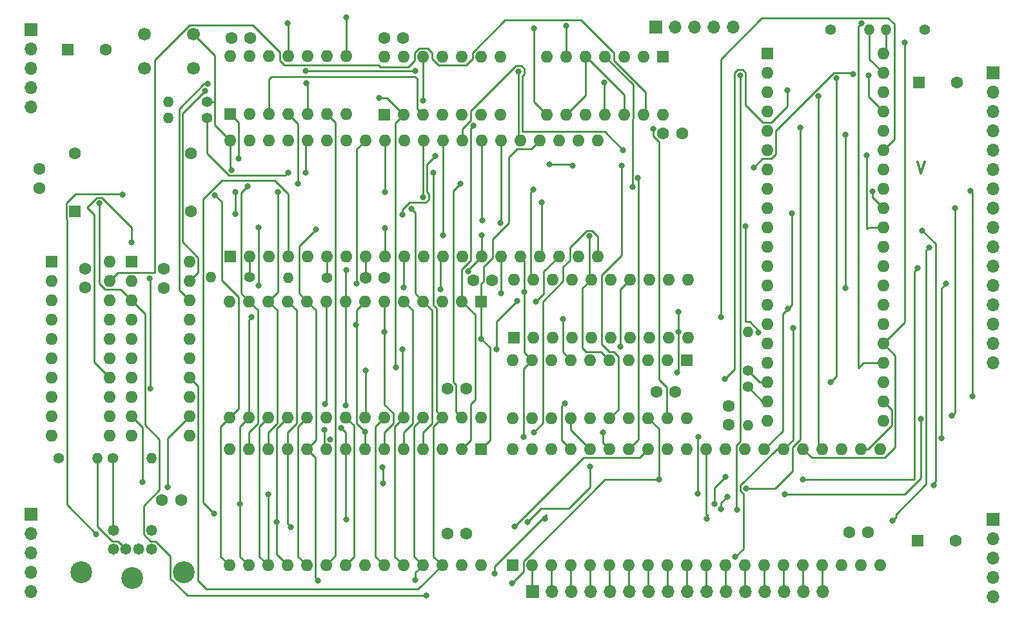
<source format=gtl>
%TF.GenerationSoftware,KiCad,Pcbnew,5.1.12-84ad8e8a86~92~ubuntu18.04.1*%
%TF.CreationDate,2022-05-14T09:18:38-04:00*%
%TF.ProjectId,kicad_vectron_65_plus,6b696361-645f-4766-9563-74726f6e5f36,rev?*%
%TF.SameCoordinates,Original*%
%TF.FileFunction,Copper,L1,Top*%
%TF.FilePolarity,Positive*%
%FSLAX46Y46*%
G04 Gerber Fmt 4.6, Leading zero omitted, Abs format (unit mm)*
G04 Created by KiCad (PCBNEW 5.1.12-84ad8e8a86~92~ubuntu18.04.1) date 2022-05-14 09:18:38*
%MOMM*%
%LPD*%
G01*
G04 APERTURE LIST*
%TA.AperFunction,NonConductor*%
%ADD10C,0.300000*%
%TD*%
%TA.AperFunction,ComponentPad*%
%ADD11C,1.600000*%
%TD*%
%TA.AperFunction,ComponentPad*%
%ADD12R,1.600000X1.600000*%
%TD*%
%TA.AperFunction,ComponentPad*%
%ADD13O,1.600000X1.600000*%
%TD*%
%TA.AperFunction,ComponentPad*%
%ADD14C,1.700000*%
%TD*%
%TA.AperFunction,ComponentPad*%
%ADD15O,1.400000X1.400000*%
%TD*%
%TA.AperFunction,ComponentPad*%
%ADD16C,1.400000*%
%TD*%
%TA.AperFunction,ComponentPad*%
%ADD17O,1.700000X1.700000*%
%TD*%
%TA.AperFunction,ComponentPad*%
%ADD18R,1.700000X1.700000*%
%TD*%
%TA.AperFunction,ComponentPad*%
%ADD19C,2.870200*%
%TD*%
%TA.AperFunction,ComponentPad*%
%ADD20C,1.473200*%
%TD*%
%TA.AperFunction,ViaPad*%
%ADD21C,0.800000*%
%TD*%
%TA.AperFunction,Conductor*%
%ADD22C,0.250000*%
%TD*%
G04 APERTURE END LIST*
D10*
X156827600Y-51654971D02*
X157327600Y-53154971D01*
X157827600Y-51654971D01*
D11*
%TO.P,X1,7*%
%TO.N,GND*%
X61468000Y-58166000D03*
%TO.P,X1,8*%
%TO.N,Net-(U1-Pad37)*%
X61468000Y-50546000D03*
%TO.P,X1,14*%
%TO.N,+5V*%
X46228000Y-50546000D03*
D12*
%TO.P,X1,1*%
%TO.N,Net-(X1-Pad1)*%
X46228000Y-58166000D03*
%TD*%
D13*
%TO.P,U12,20*%
%TO.N,+5V*%
X103835200Y-67106800D03*
%TO.P,U12,10*%
%TO.N,GND*%
X126695200Y-74726800D03*
%TO.P,U12,19*%
%TO.N,Net-(U11-Pad4)*%
X106375200Y-67106800D03*
%TO.P,U12,9*%
%TO.N,GND*%
X124155200Y-74726800D03*
%TO.P,U12,18*%
%TO.N,Net-(U1-Pad13)*%
X108915200Y-67106800D03*
%TO.P,U12,8*%
%TO.N,GND*%
X121615200Y-74726800D03*
%TO.P,U12,17*%
X111455200Y-67106800D03*
%TO.P,U12,7*%
X119075200Y-74726800D03*
%TO.P,U12,16*%
%TO.N,Net-(U1-Pad14)*%
X113995200Y-67106800D03*
%TO.P,U12,6*%
%TO.N,GND*%
X116535200Y-74726800D03*
%TO.P,U12,15*%
%TO.N,+5V*%
X116535200Y-67106800D03*
%TO.P,U12,5*%
%TO.N,GND*%
X113995200Y-74726800D03*
%TO.P,U12,14*%
%TO.N,Net-(U1-Pad15)*%
X119075200Y-67106800D03*
%TO.P,U12,4*%
%TO.N,GND*%
X111455200Y-74726800D03*
%TO.P,U12,13*%
%TO.N,+5V*%
X121615200Y-67106800D03*
%TO.P,U12,3*%
%TO.N,GND*%
X108915200Y-74726800D03*
%TO.P,U12,12*%
%TO.N,Net-(U1-Pad16)*%
X124155200Y-67106800D03*
%TO.P,U12,2*%
%TO.N,GND*%
X106375200Y-74726800D03*
%TO.P,U12,11*%
%TO.N,+5V*%
X126695200Y-67106800D03*
D12*
%TO.P,U12,1*%
%TO.N,Net-(U12-Pad1)*%
X103835200Y-74726800D03*
%TD*%
D13*
%TO.P,U11,14*%
%TO.N,+5V*%
X123444000Y-45466000D03*
%TO.P,U11,7*%
%TO.N,GND*%
X108204000Y-37846000D03*
%TO.P,U11,13*%
%TO.N,Net-(U11-Pad13)*%
X120904000Y-45466000D03*
%TO.P,U11,6*%
%TO.N,Net-(U11-Pad6)*%
X110744000Y-37846000D03*
%TO.P,U11,12*%
%TO.N,Net-(U11-Pad12)*%
X118364000Y-45466000D03*
%TO.P,U11,5*%
X113284000Y-37846000D03*
%TO.P,U11,11*%
%TO.N,Net-(U11-Pad11)*%
X115824000Y-45466000D03*
%TO.P,U11,4*%
%TO.N,Net-(U11-Pad4)*%
X115824000Y-37846000D03*
%TO.P,U11,10*%
%TO.N,Net-(U11-Pad10)*%
X113284000Y-45466000D03*
%TO.P,U11,3*%
%TO.N,Net-(U11-Pad3)*%
X118364000Y-37846000D03*
%TO.P,U11,9*%
%TO.N,Net-(U11-Pad12)*%
X110744000Y-45466000D03*
%TO.P,U11,2*%
%TO.N,Net-(U11-Pad2)*%
X120904000Y-37846000D03*
%TO.P,U11,8*%
%TO.N,Net-(U11-Pad8)*%
X108204000Y-45466000D03*
D12*
%TO.P,U11,1*%
%TO.N,Net-(U11-Pad1)*%
X123444000Y-37846000D03*
%TD*%
D13*
%TO.P,U10,14*%
%TO.N,+5V*%
X86868000Y-37846000D03*
%TO.P,U10,7*%
%TO.N,GND*%
X102108000Y-45466000D03*
%TO.P,U10,13*%
%TO.N,Net-(U10-Pad13)*%
X89408000Y-37846000D03*
%TO.P,U10,6*%
%TO.N,Net-(U10-Pad6)*%
X99568000Y-45466000D03*
%TO.P,U10,12*%
%TO.N,Net-(U1-Pad39)*%
X91948000Y-37846000D03*
%TO.P,U10,5*%
%TO.N,Net-(U10-Pad5)*%
X97028000Y-45466000D03*
%TO.P,U10,11*%
%TO.N,Net-(U10-Pad11)*%
X94488000Y-37846000D03*
%TO.P,U10,4*%
%TO.N,Net-(U10-Pad4)*%
X94488000Y-45466000D03*
%TO.P,U10,10*%
%TO.N,Net-(U10-Pad10)*%
X97028000Y-37846000D03*
%TO.P,U10,3*%
%TO.N,Net-(U10-Pad3)*%
X91948000Y-45466000D03*
%TO.P,U10,9*%
%TO.N,Net-(U10-Pad9)*%
X99568000Y-37846000D03*
%TO.P,U10,2*%
%TO.N,Net-(U10-Pad2)*%
X89408000Y-45466000D03*
%TO.P,U10,8*%
%TO.N,Net-(U10-Pad8)*%
X102108000Y-37846000D03*
D12*
%TO.P,U10,1*%
%TO.N,Net-(U1-Pad39)*%
X86868000Y-45466000D03*
%TD*%
D13*
%TO.P,U9,14*%
%TO.N,+5V*%
X66649600Y-37795200D03*
%TO.P,U9,7*%
%TO.N,GND*%
X81889600Y-45415200D03*
%TO.P,U9,13*%
%TO.N,Net-(U11-Pad8)*%
X69189600Y-37795200D03*
%TO.P,U9,6*%
%TO.N,Net-(U3-Pad20)*%
X79349600Y-45415200D03*
%TO.P,U9,12*%
%TO.N,Net-(U10-Pad13)*%
X71729600Y-37795200D03*
%TO.P,U9,5*%
%TO.N,Net-(U1-Pad25)*%
X76809600Y-45415200D03*
%TO.P,U9,11*%
%TO.N,Net-(U11-Pad6)*%
X74269600Y-37795200D03*
%TO.P,U9,4*%
%TO.N,Net-(U6-Pad27)*%
X74269600Y-45415200D03*
%TO.P,U9,10*%
%TO.N,Net-(U5-Pad24)*%
X76809600Y-37795200D03*
%TO.P,U9,3*%
%TO.N,Net-(U10-Pad3)*%
X71729600Y-45415200D03*
%TO.P,U9,9*%
%TO.N,Net-(U11-Pad11)*%
X79349600Y-37795200D03*
%TO.P,U9,2*%
%TO.N,Net-(U10-Pad2)*%
X69189600Y-45415200D03*
%TO.P,U9,8*%
%TO.N,Net-(U2-Pad24)*%
X81889600Y-37795200D03*
D12*
%TO.P,U9,1*%
%TO.N,Net-(U1-Pad34)*%
X66649600Y-45415200D03*
%TD*%
D13*
%TO.P,U8,20*%
%TO.N,+5V*%
X126593600Y-85344000D03*
%TO.P,U8,10*%
%TO.N,GND*%
X103733600Y-77724000D03*
%TO.P,U8,19*%
%TO.N,Net-(U11-Pad10)*%
X124053600Y-85344000D03*
%TO.P,U8,9*%
%TO.N,Net-(U1-Pad16)*%
X106273600Y-77724000D03*
%TO.P,U8,18*%
%TO.N,Net-(U1-Pad9)*%
X121513600Y-85344000D03*
%TO.P,U8,8*%
%TO.N,GND*%
X108813600Y-77724000D03*
%TO.P,U8,17*%
X118973600Y-85344000D03*
%TO.P,U8,7*%
%TO.N,Net-(U1-Pad15)*%
X111353600Y-77724000D03*
%TO.P,U8,16*%
%TO.N,Net-(U1-Pad10)*%
X116433600Y-85344000D03*
%TO.P,U8,6*%
%TO.N,GND*%
X113893600Y-77724000D03*
%TO.P,U8,15*%
X113893600Y-85344000D03*
%TO.P,U8,5*%
%TO.N,Net-(U1-Pad14)*%
X116433600Y-77724000D03*
%TO.P,U8,14*%
%TO.N,Net-(U1-Pad11)*%
X111353600Y-85344000D03*
%TO.P,U8,4*%
%TO.N,GND*%
X118973600Y-77724000D03*
%TO.P,U8,13*%
X108813600Y-85344000D03*
%TO.P,U8,3*%
%TO.N,Net-(U1-Pad13)*%
X121513600Y-77724000D03*
%TO.P,U8,12*%
%TO.N,Net-(U1-Pad12)*%
X106273600Y-85344000D03*
%TO.P,U8,2*%
%TO.N,GND*%
X124053600Y-77724000D03*
%TO.P,U8,11*%
X103733600Y-85344000D03*
D12*
%TO.P,U8,1*%
%TO.N,Net-(U8-Pad1)*%
X126593600Y-77724000D03*
%TD*%
D13*
%TO.P,U7,20*%
%TO.N,+5V*%
X50749200Y-64770000D03*
%TO.P,U7,10*%
%TO.N,GND*%
X43129200Y-87630000D03*
%TO.P,U7,19*%
%TO.N,Net-(U11-Pad13)*%
X50749200Y-67310000D03*
%TO.P,U7,9*%
%TO.N,GND*%
X43129200Y-85090000D03*
%TO.P,U7,18*%
%TO.N,Net-(U1-Pad13)*%
X50749200Y-69850000D03*
%TO.P,U7,8*%
%TO.N,GND*%
X43129200Y-82550000D03*
%TO.P,U7,17*%
%TO.N,+5V*%
X50749200Y-72390000D03*
%TO.P,U7,7*%
%TO.N,GND*%
X43129200Y-80010000D03*
%TO.P,U7,16*%
%TO.N,Net-(U1-Pad14)*%
X50749200Y-74930000D03*
%TO.P,U7,6*%
%TO.N,GND*%
X43129200Y-77470000D03*
%TO.P,U7,15*%
%TO.N,+5V*%
X50749200Y-77470000D03*
%TO.P,U7,5*%
%TO.N,GND*%
X43129200Y-74930000D03*
%TO.P,U7,14*%
%TO.N,Net-(U1-Pad15)*%
X50749200Y-80010000D03*
%TO.P,U7,4*%
%TO.N,GND*%
X43129200Y-72390000D03*
%TO.P,U7,13*%
%TO.N,+5V*%
X50749200Y-82550000D03*
%TO.P,U7,3*%
%TO.N,GND*%
X43129200Y-69850000D03*
%TO.P,U7,12*%
%TO.N,Net-(U1-Pad16)*%
X50749200Y-85090000D03*
%TO.P,U7,2*%
%TO.N,GND*%
X43129200Y-67310000D03*
%TO.P,U7,11*%
%TO.N,+5V*%
X50749200Y-87630000D03*
D12*
%TO.P,U7,1*%
%TO.N,Net-(U7-Pad1)*%
X43129200Y-64770000D03*
%TD*%
D13*
%TO.P,U6,28*%
%TO.N,+5V*%
X99568000Y-85242400D03*
%TO.P,U6,14*%
%TO.N,GND*%
X66548000Y-70002400D03*
%TO.P,U6,27*%
%TO.N,Net-(U6-Pad27)*%
X97028000Y-85242400D03*
%TO.P,U6,13*%
%TO.N,Net-(U1-Pad31)*%
X69088000Y-70002400D03*
%TO.P,U6,26*%
%TO.N,Net-(U1-Pad23)*%
X94488000Y-85242400D03*
%TO.P,U6,12*%
%TO.N,Net-(U1-Pad32)*%
X71628000Y-70002400D03*
%TO.P,U6,25*%
%TO.N,Net-(U1-Pad17)*%
X91948000Y-85242400D03*
%TO.P,U6,11*%
%TO.N,Net-(U1-Pad33)*%
X74168000Y-70002400D03*
%TO.P,U6,24*%
%TO.N,Net-(U1-Pad18)*%
X89408000Y-85242400D03*
%TO.P,U6,10*%
%TO.N,Net-(U1-Pad9)*%
X76708000Y-70002400D03*
%TO.P,U6,23*%
%TO.N,Net-(U1-Pad20)*%
X86868000Y-85242400D03*
%TO.P,U6,9*%
%TO.N,Net-(U1-Pad10)*%
X79248000Y-70002400D03*
%TO.P,U6,22*%
%TO.N,Net-(U10-Pad2)*%
X84328000Y-85242400D03*
%TO.P,U6,8*%
%TO.N,Net-(U1-Pad11)*%
X81788000Y-70002400D03*
%TO.P,U6,21*%
%TO.N,Net-(U1-Pad19)*%
X81788000Y-85242400D03*
%TO.P,U6,7*%
%TO.N,Net-(U1-Pad12)*%
X84328000Y-70002400D03*
%TO.P,U6,20*%
%TO.N,Net-(U4-Pad1)*%
X79248000Y-85242400D03*
%TO.P,U6,6*%
%TO.N,Net-(U1-Pad13)*%
X86868000Y-70002400D03*
%TO.P,U6,19*%
%TO.N,Net-(U1-Pad26)*%
X76708000Y-85242400D03*
%TO.P,U6,5*%
%TO.N,Net-(U1-Pad14)*%
X89408000Y-70002400D03*
%TO.P,U6,18*%
%TO.N,Net-(U1-Pad27)*%
X74168000Y-85242400D03*
%TO.P,U6,4*%
%TO.N,Net-(U1-Pad15)*%
X91948000Y-70002400D03*
%TO.P,U6,17*%
%TO.N,Net-(U1-Pad28)*%
X71628000Y-85242400D03*
%TO.P,U6,3*%
%TO.N,Net-(U1-Pad16)*%
X94488000Y-70002400D03*
%TO.P,U6,16*%
%TO.N,Net-(U1-Pad29)*%
X69088000Y-85242400D03*
%TO.P,U6,2*%
%TO.N,Net-(U1-Pad22)*%
X97028000Y-70002400D03*
%TO.P,U6,15*%
%TO.N,Net-(U1-Pad30)*%
X66548000Y-85242400D03*
D12*
%TO.P,U6,1*%
%TO.N,Net-(U1-Pad24)*%
X99568000Y-70002400D03*
%TD*%
D13*
%TO.P,U5,40*%
%TO.N,Net-(U5-Pad40)*%
X103733600Y-89408000D03*
%TO.P,U5,20*%
%TO.N,+5V*%
X151993600Y-104648000D03*
%TO.P,U5,39*%
%TO.N,Net-(U5-Pad39)*%
X106273600Y-89408000D03*
%TO.P,U5,19*%
%TO.N,Net-(U5-Pad19)*%
X149453600Y-104648000D03*
%TO.P,U5,38*%
%TO.N,Net-(U1-Pad9)*%
X108813600Y-89408000D03*
%TO.P,U5,18*%
%TO.N,Net-(U5-Pad18)*%
X146913600Y-104648000D03*
%TO.P,U5,37*%
%TO.N,Net-(U1-Pad10)*%
X111353600Y-89408000D03*
%TO.P,U5,17*%
%TO.N,Net-(J4-Pad16)*%
X144373600Y-104648000D03*
%TO.P,U5,36*%
%TO.N,Net-(U1-Pad11)*%
X113893600Y-89408000D03*
%TO.P,U5,16*%
%TO.N,Net-(J4-Pad15)*%
X141833600Y-104648000D03*
%TO.P,U5,35*%
%TO.N,Net-(U1-Pad12)*%
X116433600Y-89408000D03*
%TO.P,U5,15*%
%TO.N,Net-(J4-Pad14)*%
X139293600Y-104648000D03*
%TO.P,U5,34*%
%TO.N,Net-(R1-Pad1)*%
X118973600Y-89408000D03*
%TO.P,U5,14*%
%TO.N,Net-(J4-Pad13)*%
X136753600Y-104648000D03*
%TO.P,U5,33*%
%TO.N,Net-(U1-Pad33)*%
X121513600Y-89408000D03*
%TO.P,U5,13*%
%TO.N,Net-(J4-Pad12)*%
X134213600Y-104648000D03*
%TO.P,U5,32*%
%TO.N,Net-(U1-Pad32)*%
X124053600Y-89408000D03*
%TO.P,U5,12*%
%TO.N,Net-(J4-Pad11)*%
X131673600Y-104648000D03*
%TO.P,U5,31*%
%TO.N,Net-(U1-Pad31)*%
X126593600Y-89408000D03*
%TO.P,U5,11*%
%TO.N,Net-(J4-Pad10)*%
X129133600Y-104648000D03*
%TO.P,U5,30*%
%TO.N,Net-(U1-Pad30)*%
X129133600Y-89408000D03*
%TO.P,U5,10*%
%TO.N,Net-(J4-Pad9)*%
X126593600Y-104648000D03*
%TO.P,U5,29*%
%TO.N,Net-(U1-Pad29)*%
X131673600Y-89408000D03*
%TO.P,U5,9*%
%TO.N,Net-(J4-Pad8)*%
X124053600Y-104648000D03*
%TO.P,U5,28*%
%TO.N,Net-(U1-Pad28)*%
X134213600Y-89408000D03*
%TO.P,U5,8*%
%TO.N,Net-(J4-Pad7)*%
X121513600Y-104648000D03*
%TO.P,U5,27*%
%TO.N,Net-(U1-Pad27)*%
X136753600Y-89408000D03*
%TO.P,U5,7*%
%TO.N,Net-(J4-Pad6)*%
X118973600Y-104648000D03*
%TO.P,U5,26*%
%TO.N,Net-(U1-Pad26)*%
X139293600Y-89408000D03*
%TO.P,U5,6*%
%TO.N,Net-(J4-Pad5)*%
X116433600Y-104648000D03*
%TO.P,U5,25*%
%TO.N,Net-(U1-Pad39)*%
X141833600Y-89408000D03*
%TO.P,U5,5*%
%TO.N,Net-(J4-Pad4)*%
X113893600Y-104648000D03*
%TO.P,U5,24*%
%TO.N,Net-(U5-Pad24)*%
X144373600Y-89408000D03*
%TO.P,U5,4*%
%TO.N,Net-(J4-Pad3)*%
X111353600Y-104648000D03*
%TO.P,U5,23*%
%TO.N,Net-(U11-Pad6)*%
X146913600Y-89408000D03*
%TO.P,U5,3*%
%TO.N,Net-(J4-Pad2)*%
X108813600Y-104648000D03*
%TO.P,U5,22*%
%TO.N,Net-(U1-Pad34)*%
X149453600Y-89408000D03*
%TO.P,U5,2*%
%TO.N,Net-(J4-Pad1)*%
X106273600Y-104648000D03*
%TO.P,U5,21*%
%TO.N,Net-(U5-Pad21)*%
X151993600Y-89408000D03*
D12*
%TO.P,U5,1*%
%TO.N,GND*%
X103733600Y-104648000D03*
%TD*%
D13*
%TO.P,U4,20*%
%TO.N,+5V*%
X61264800Y-64770000D03*
%TO.P,U4,10*%
%TO.N,GND*%
X53644800Y-87630000D03*
%TO.P,U4,19*%
%TO.N,Net-(U11-Pad12)*%
X61264800Y-67310000D03*
%TO.P,U4,9*%
%TO.N,Net-(U1-Pad20)*%
X53644800Y-85090000D03*
%TO.P,U4,18*%
%TO.N,Net-(U1-Pad25)*%
X61264800Y-69850000D03*
%TO.P,U4,8*%
%TO.N,+5V*%
X53644800Y-82550000D03*
%TO.P,U4,17*%
%TO.N,GND*%
X61264800Y-72390000D03*
%TO.P,U4,7*%
%TO.N,Net-(U1-Pad19)*%
X53644800Y-80010000D03*
%TO.P,U4,16*%
%TO.N,Net-(U1-Pad24)*%
X61264800Y-74930000D03*
%TO.P,U4,6*%
%TO.N,+5V*%
X53644800Y-77470000D03*
%TO.P,U4,15*%
X61264800Y-77470000D03*
%TO.P,U4,5*%
%TO.N,Net-(U1-Pad18)*%
X53644800Y-74930000D03*
%TO.P,U4,14*%
%TO.N,Net-(U1-Pad23)*%
X61264800Y-80010000D03*
%TO.P,U4,4*%
%TO.N,+5V*%
X53644800Y-72390000D03*
%TO.P,U4,13*%
X61264800Y-82550000D03*
%TO.P,U4,3*%
%TO.N,Net-(U1-Pad17)*%
X53644800Y-69850000D03*
%TO.P,U4,12*%
%TO.N,Net-(U1-Pad22)*%
X61264800Y-85090000D03*
%TO.P,U4,2*%
%TO.N,+5V*%
X53644800Y-67310000D03*
%TO.P,U4,11*%
X61264800Y-87630000D03*
D12*
%TO.P,U4,1*%
%TO.N,Net-(U4-Pad1)*%
X53644800Y-64770000D03*
%TD*%
D13*
%TO.P,U3,28*%
%TO.N,+5V*%
X99517200Y-104648000D03*
%TO.P,U3,14*%
%TO.N,GND*%
X66497200Y-89408000D03*
%TO.P,U3,27*%
%TO.N,+5V*%
X96977200Y-104648000D03*
%TO.P,U3,13*%
%TO.N,Net-(U1-Pad31)*%
X69037200Y-89408000D03*
%TO.P,U3,26*%
%TO.N,Net-(U1-Pad23)*%
X94437200Y-104648000D03*
%TO.P,U3,12*%
%TO.N,Net-(U1-Pad32)*%
X71577200Y-89408000D03*
%TO.P,U3,25*%
%TO.N,Net-(U1-Pad17)*%
X91897200Y-104648000D03*
%TO.P,U3,11*%
%TO.N,Net-(U1-Pad33)*%
X74117200Y-89408000D03*
%TO.P,U3,24*%
%TO.N,Net-(U1-Pad18)*%
X89357200Y-104648000D03*
%TO.P,U3,10*%
%TO.N,Net-(U1-Pad9)*%
X76657200Y-89408000D03*
%TO.P,U3,23*%
%TO.N,Net-(U1-Pad20)*%
X86817200Y-104648000D03*
%TO.P,U3,9*%
%TO.N,Net-(U1-Pad10)*%
X79197200Y-89408000D03*
%TO.P,U3,22*%
%TO.N,GND*%
X84277200Y-104648000D03*
%TO.P,U3,8*%
%TO.N,Net-(U1-Pad11)*%
X81737200Y-89408000D03*
%TO.P,U3,21*%
%TO.N,Net-(U1-Pad19)*%
X81737200Y-104648000D03*
%TO.P,U3,7*%
%TO.N,Net-(U1-Pad12)*%
X84277200Y-89408000D03*
%TO.P,U3,20*%
%TO.N,Net-(U3-Pad20)*%
X79197200Y-104648000D03*
%TO.P,U3,6*%
%TO.N,Net-(U1-Pad13)*%
X86817200Y-89408000D03*
%TO.P,U3,19*%
%TO.N,Net-(U1-Pad26)*%
X76657200Y-104648000D03*
%TO.P,U3,5*%
%TO.N,Net-(U1-Pad14)*%
X89357200Y-89408000D03*
%TO.P,U3,18*%
%TO.N,Net-(U1-Pad27)*%
X74117200Y-104648000D03*
%TO.P,U3,4*%
%TO.N,Net-(U1-Pad15)*%
X91897200Y-89408000D03*
%TO.P,U3,17*%
%TO.N,Net-(U1-Pad28)*%
X71577200Y-104648000D03*
%TO.P,U3,3*%
%TO.N,Net-(U1-Pad16)*%
X94437200Y-89408000D03*
%TO.P,U3,16*%
%TO.N,Net-(U1-Pad29)*%
X69037200Y-104648000D03*
%TO.P,U3,2*%
%TO.N,Net-(U1-Pad22)*%
X96977200Y-89408000D03*
%TO.P,U3,15*%
%TO.N,Net-(U1-Pad30)*%
X66497200Y-104648000D03*
D12*
%TO.P,U3,1*%
%TO.N,Net-(U1-Pad24)*%
X99517200Y-89408000D03*
%TD*%
D13*
%TO.P,U2,40*%
%TO.N,Net-(R6-Pad2)*%
X152349200Y-37439600D03*
%TO.P,U2,20*%
%TO.N,+5V*%
X137109200Y-85699600D03*
%TO.P,U2,39*%
%TO.N,Net-(R7-Pad2)*%
X152349200Y-39979600D03*
%TO.P,U2,19*%
%TO.N,Net-(R5-Pad1)*%
X137109200Y-83159600D03*
%TO.P,U2,38*%
%TO.N,Net-(U1-Pad9)*%
X152349200Y-42519600D03*
%TO.P,U2,18*%
%TO.N,Net-(R8-Pad1)*%
X137109200Y-80619600D03*
%TO.P,U2,37*%
%TO.N,Net-(U1-Pad10)*%
X152349200Y-45059600D03*
%TO.P,U2,17*%
%TO.N,Net-(J3-Pad16)*%
X137109200Y-78079600D03*
%TO.P,U2,36*%
%TO.N,Net-(U1-Pad11)*%
X152349200Y-47599600D03*
%TO.P,U2,16*%
%TO.N,Net-(J3-Pad15)*%
X137109200Y-75539600D03*
%TO.P,U2,35*%
%TO.N,Net-(U1-Pad12)*%
X152349200Y-50139600D03*
%TO.P,U2,15*%
%TO.N,Net-(J3-Pad14)*%
X137109200Y-72999600D03*
%TO.P,U2,34*%
%TO.N,Net-(R1-Pad1)*%
X152349200Y-52679600D03*
%TO.P,U2,14*%
%TO.N,Net-(J3-Pad13)*%
X137109200Y-70459600D03*
%TO.P,U2,33*%
%TO.N,Net-(U1-Pad33)*%
X152349200Y-55219600D03*
%TO.P,U2,13*%
%TO.N,Net-(J3-Pad12)*%
X137109200Y-67919600D03*
%TO.P,U2,32*%
%TO.N,Net-(U1-Pad32)*%
X152349200Y-57759600D03*
%TO.P,U2,12*%
%TO.N,Net-(J3-Pad11)*%
X137109200Y-65379600D03*
%TO.P,U2,31*%
%TO.N,Net-(U1-Pad31)*%
X152349200Y-60299600D03*
%TO.P,U2,11*%
%TO.N,Net-(J3-Pad10)*%
X137109200Y-62839600D03*
%TO.P,U2,30*%
%TO.N,Net-(U1-Pad30)*%
X152349200Y-62839600D03*
%TO.P,U2,10*%
%TO.N,Net-(J3-Pad9)*%
X137109200Y-60299600D03*
%TO.P,U2,29*%
%TO.N,Net-(U1-Pad29)*%
X152349200Y-65379600D03*
%TO.P,U2,9*%
%TO.N,Net-(J3-Pad8)*%
X137109200Y-57759600D03*
%TO.P,U2,28*%
%TO.N,Net-(U1-Pad28)*%
X152349200Y-67919600D03*
%TO.P,U2,8*%
%TO.N,Net-(J3-Pad7)*%
X137109200Y-55219600D03*
%TO.P,U2,27*%
%TO.N,Net-(U1-Pad27)*%
X152349200Y-70459600D03*
%TO.P,U2,7*%
%TO.N,Net-(J3-Pad6)*%
X137109200Y-52679600D03*
%TO.P,U2,26*%
%TO.N,Net-(U1-Pad26)*%
X152349200Y-72999600D03*
%TO.P,U2,6*%
%TO.N,Net-(J3-Pad5)*%
X137109200Y-50139600D03*
%TO.P,U2,25*%
%TO.N,Net-(U1-Pad39)*%
X152349200Y-75539600D03*
%TO.P,U2,5*%
%TO.N,Net-(J3-Pad4)*%
X137109200Y-47599600D03*
%TO.P,U2,24*%
%TO.N,Net-(U2-Pad24)*%
X152349200Y-78079600D03*
%TO.P,U2,4*%
%TO.N,Net-(J3-Pad3)*%
X137109200Y-45059600D03*
%TO.P,U2,23*%
%TO.N,Net-(U11-Pad11)*%
X152349200Y-80619600D03*
%TO.P,U2,3*%
%TO.N,Net-(J3-Pad2)*%
X137109200Y-42519600D03*
%TO.P,U2,22*%
%TO.N,Net-(U1-Pad34)*%
X152349200Y-83159600D03*
%TO.P,U2,2*%
%TO.N,Net-(J3-Pad1)*%
X137109200Y-39979600D03*
%TO.P,U2,21*%
%TO.N,Net-(U1-Pad4)*%
X152349200Y-85699600D03*
D12*
%TO.P,U2,1*%
%TO.N,GND*%
X137109200Y-37439600D03*
%TD*%
D13*
%TO.P,U1,40*%
%TO.N,Net-(R1-Pad1)*%
X66598800Y-48818800D03*
%TO.P,U1,20*%
%TO.N,Net-(U1-Pad20)*%
X114858800Y-64058800D03*
%TO.P,U1,39*%
%TO.N,Net-(U1-Pad39)*%
X69138800Y-48818800D03*
%TO.P,U1,19*%
%TO.N,Net-(U1-Pad19)*%
X112318800Y-64058800D03*
%TO.P,U1,38*%
%TO.N,+5V*%
X71678800Y-48818800D03*
%TO.P,U1,18*%
%TO.N,Net-(U1-Pad18)*%
X109778800Y-64058800D03*
%TO.P,U1,37*%
%TO.N,Net-(U1-Pad37)*%
X74218800Y-48818800D03*
%TO.P,U1,17*%
%TO.N,Net-(U1-Pad17)*%
X107238800Y-64058800D03*
%TO.P,U1,36*%
%TO.N,Net-(R4-Pad1)*%
X76758800Y-48818800D03*
%TO.P,U1,16*%
%TO.N,Net-(U1-Pad16)*%
X104698800Y-64058800D03*
%TO.P,U1,35*%
%TO.N,Net-(U1-Pad35)*%
X79298800Y-48818800D03*
%TO.P,U1,15*%
%TO.N,Net-(U1-Pad15)*%
X102158800Y-64058800D03*
%TO.P,U1,34*%
%TO.N,Net-(U1-Pad34)*%
X81838800Y-48818800D03*
%TO.P,U1,14*%
%TO.N,Net-(U1-Pad14)*%
X99618800Y-64058800D03*
%TO.P,U1,33*%
%TO.N,Net-(U1-Pad33)*%
X84378800Y-48818800D03*
%TO.P,U1,13*%
%TO.N,Net-(U1-Pad13)*%
X97078800Y-64058800D03*
%TO.P,U1,32*%
%TO.N,Net-(U1-Pad32)*%
X86918800Y-48818800D03*
%TO.P,U1,12*%
%TO.N,Net-(U1-Pad12)*%
X94538800Y-64058800D03*
%TO.P,U1,31*%
%TO.N,Net-(U1-Pad31)*%
X89458800Y-48818800D03*
%TO.P,U1,11*%
%TO.N,Net-(U1-Pad11)*%
X91998800Y-64058800D03*
%TO.P,U1,30*%
%TO.N,Net-(U1-Pad30)*%
X91998800Y-48818800D03*
%TO.P,U1,10*%
%TO.N,Net-(U1-Pad10)*%
X89458800Y-64058800D03*
%TO.P,U1,29*%
%TO.N,Net-(U1-Pad29)*%
X94538800Y-48818800D03*
%TO.P,U1,9*%
%TO.N,Net-(U1-Pad9)*%
X86918800Y-64058800D03*
%TO.P,U1,28*%
%TO.N,Net-(U1-Pad28)*%
X97078800Y-48818800D03*
%TO.P,U1,8*%
%TO.N,+5V*%
X84378800Y-64058800D03*
%TO.P,U1,27*%
%TO.N,Net-(U1-Pad27)*%
X99618800Y-48818800D03*
%TO.P,U1,7*%
%TO.N,Net-(U1-Pad7)*%
X81838800Y-64058800D03*
%TO.P,U1,26*%
%TO.N,Net-(U1-Pad26)*%
X102158800Y-48818800D03*
%TO.P,U1,6*%
%TO.N,Net-(R2-Pad1)*%
X79298800Y-64058800D03*
%TO.P,U1,25*%
%TO.N,Net-(U1-Pad25)*%
X104698800Y-48818800D03*
%TO.P,U1,5*%
%TO.N,Net-(U1-Pad5)*%
X76758800Y-64058800D03*
%TO.P,U1,24*%
%TO.N,Net-(U1-Pad24)*%
X107238800Y-48818800D03*
%TO.P,U1,4*%
%TO.N,Net-(U1-Pad4)*%
X74218800Y-64058800D03*
%TO.P,U1,23*%
%TO.N,Net-(U1-Pad23)*%
X109778800Y-48818800D03*
%TO.P,U1,3*%
%TO.N,Net-(U1-Pad3)*%
X71678800Y-64058800D03*
%TO.P,U1,22*%
%TO.N,Net-(U1-Pad22)*%
X112318800Y-48818800D03*
%TO.P,U1,2*%
%TO.N,Net-(R3-Pad1)*%
X69138800Y-64058800D03*
%TO.P,U1,21*%
%TO.N,GND*%
X114858800Y-48818800D03*
D12*
%TO.P,U1,1*%
%TO.N,Net-(U1-Pad1)*%
X66598800Y-64058800D03*
%TD*%
D14*
%TO.P,Reset,1*%
%TO.N,Net-(SW1-Pad1)*%
X55323600Y-34899600D03*
%TO.P,Reset,2*%
%TO.N,Net-(R1-Pad1)*%
X61823600Y-34899600D03*
%TO.P,Reset,3*%
%TO.N,GND*%
X55323600Y-39399600D03*
%TO.P,Reset,4*%
X61823600Y-39399600D03*
%TD*%
D15*
%TO.P,R10,2*%
%TO.N,Net-(J4-Pad14)*%
X49174400Y-90627200D03*
D16*
%TO.P,R10,1*%
%TO.N,+5V*%
X44094400Y-90627200D03*
%TD*%
D15*
%TO.P,R9,2*%
%TO.N,+5V*%
X56286400Y-90627200D03*
D16*
%TO.P,R9,1*%
%TO.N,Net-(J4-Pad13)*%
X51206400Y-90627200D03*
%TD*%
D15*
%TO.P,R8,2*%
%TO.N,GND*%
X134569200Y-73964800D03*
D16*
%TO.P,R8,1*%
%TO.N,Net-(R8-Pad1)*%
X134569200Y-79044800D03*
%TD*%
D15*
%TO.P,R7,2*%
%TO.N,Net-(R7-Pad2)*%
X150520400Y-34290000D03*
D16*
%TO.P,R7,1*%
%TO.N,GND*%
X145440400Y-34290000D03*
%TD*%
D15*
%TO.P,R6,2*%
%TO.N,Net-(R6-Pad2)*%
X152755600Y-34290000D03*
D16*
%TO.P,R6,1*%
%TO.N,GND*%
X157835600Y-34290000D03*
%TD*%
D15*
%TO.P,R5,2*%
%TO.N,GND*%
X134569200Y-86309200D03*
D16*
%TO.P,R5,1*%
%TO.N,Net-(R5-Pad1)*%
X134569200Y-81229200D03*
%TD*%
D15*
%TO.P,R4,2*%
%TO.N,+5V*%
X58470800Y-45923200D03*
D16*
%TO.P,R4,1*%
%TO.N,Net-(R4-Pad1)*%
X63550800Y-45923200D03*
%TD*%
D15*
%TO.P,R3,2*%
%TO.N,+5V*%
X64058800Y-66802000D03*
D16*
%TO.P,R3,1*%
%TO.N,Net-(R3-Pad1)*%
X69138800Y-66802000D03*
%TD*%
D15*
%TO.P,R2,2*%
%TO.N,+5V*%
X74218800Y-66852800D03*
D16*
%TO.P,R2,1*%
%TO.N,Net-(R2-Pad1)*%
X79298800Y-66852800D03*
%TD*%
D15*
%TO.P,R1,2*%
%TO.N,+5V*%
X58470800Y-43789600D03*
D16*
%TO.P,R1,1*%
%TO.N,Net-(R1-Pad1)*%
X63550800Y-43789600D03*
%TD*%
D17*
%TO.P,J7,5*%
%TO.N,GND*%
X40436800Y-44450000D03*
%TO.P,J7,4*%
X40436800Y-41910000D03*
%TO.P,J7,3*%
X40436800Y-39370000D03*
%TO.P,J7,2*%
%TO.N,+5V*%
X40436800Y-36830000D03*
D18*
%TO.P,J7,1*%
X40436800Y-34290000D03*
%TD*%
D17*
%TO.P,J6,5*%
%TO.N,GND*%
X40436800Y-108153200D03*
%TO.P,J6,4*%
X40436800Y-105613200D03*
%TO.P,J6,3*%
X40436800Y-103073200D03*
%TO.P,J6,2*%
%TO.N,+5V*%
X40436800Y-100533200D03*
D18*
%TO.P,J6,1*%
X40436800Y-97993200D03*
%TD*%
D19*
%TO.P,J5,11*%
%TO.N,N/C*%
X53771800Y-106375200D03*
%TO.P,J5,10*%
X47015400Y-105562400D03*
%TO.P,J5,9*%
X60528200Y-105562400D03*
D20*
%TO.P,J5,5*%
%TO.N,Net-(J4-Pad13)*%
X51257200Y-100076000D03*
%TO.P,J5,6*%
%TO.N,Net-(J5-Pad6)*%
X56286400Y-100076000D03*
%TO.P,J5,3*%
%TO.N,GND*%
X51257200Y-102565200D03*
%TO.P,J5,1*%
%TO.N,Net-(J4-Pad14)*%
X52933600Y-102565200D03*
%TO.P,J5,2*%
%TO.N,Net-(J5-Pad2)*%
X54610000Y-102565200D03*
%TO.P,J5,4*%
%TO.N,+5V*%
X56286400Y-102565200D03*
%TD*%
D17*
%TO.P,J4,16*%
%TO.N,Net-(J4-Pad16)*%
X144424400Y-108102400D03*
%TO.P,J4,15*%
%TO.N,Net-(J4-Pad15)*%
X141884400Y-108102400D03*
%TO.P,J4,14*%
%TO.N,Net-(J4-Pad14)*%
X139344400Y-108102400D03*
%TO.P,J4,13*%
%TO.N,Net-(J4-Pad13)*%
X136804400Y-108102400D03*
%TO.P,J4,12*%
%TO.N,Net-(J4-Pad12)*%
X134264400Y-108102400D03*
%TO.P,J4,11*%
%TO.N,Net-(J4-Pad11)*%
X131724400Y-108102400D03*
%TO.P,J4,10*%
%TO.N,Net-(J4-Pad10)*%
X129184400Y-108102400D03*
%TO.P,J4,9*%
%TO.N,Net-(J4-Pad9)*%
X126644400Y-108102400D03*
%TO.P,J4,8*%
%TO.N,Net-(J4-Pad8)*%
X124104400Y-108102400D03*
%TO.P,J4,7*%
%TO.N,Net-(J4-Pad7)*%
X121564400Y-108102400D03*
%TO.P,J4,6*%
%TO.N,Net-(J4-Pad6)*%
X119024400Y-108102400D03*
%TO.P,J4,5*%
%TO.N,Net-(J4-Pad5)*%
X116484400Y-108102400D03*
%TO.P,J4,4*%
%TO.N,Net-(J4-Pad4)*%
X113944400Y-108102400D03*
%TO.P,J4,3*%
%TO.N,Net-(J4-Pad3)*%
X111404400Y-108102400D03*
%TO.P,J4,2*%
%TO.N,Net-(J4-Pad2)*%
X108864400Y-108102400D03*
D18*
%TO.P,J4,1*%
%TO.N,Net-(J4-Pad1)*%
X106324400Y-108102400D03*
%TD*%
D17*
%TO.P,J3,16*%
%TO.N,Net-(J3-Pad16)*%
X166776400Y-78079600D03*
%TO.P,J3,15*%
%TO.N,Net-(J3-Pad15)*%
X166776400Y-75539600D03*
%TO.P,J3,14*%
%TO.N,Net-(J3-Pad14)*%
X166776400Y-72999600D03*
%TO.P,J3,13*%
%TO.N,Net-(J3-Pad13)*%
X166776400Y-70459600D03*
%TO.P,J3,12*%
%TO.N,Net-(J3-Pad12)*%
X166776400Y-67919600D03*
%TO.P,J3,11*%
%TO.N,Net-(J3-Pad11)*%
X166776400Y-65379600D03*
%TO.P,J3,10*%
%TO.N,Net-(J3-Pad10)*%
X166776400Y-62839600D03*
%TO.P,J3,9*%
%TO.N,Net-(J3-Pad9)*%
X166776400Y-60299600D03*
%TO.P,J3,8*%
%TO.N,Net-(J3-Pad8)*%
X166776400Y-57759600D03*
%TO.P,J3,7*%
%TO.N,Net-(J3-Pad7)*%
X166776400Y-55219600D03*
%TO.P,J3,6*%
%TO.N,Net-(J3-Pad6)*%
X166776400Y-52679600D03*
%TO.P,J3,5*%
%TO.N,Net-(J3-Pad5)*%
X166776400Y-50139600D03*
%TO.P,J3,4*%
%TO.N,Net-(J3-Pad4)*%
X166776400Y-47599600D03*
%TO.P,J3,3*%
%TO.N,Net-(J3-Pad3)*%
X166776400Y-45059600D03*
%TO.P,J3,2*%
%TO.N,Net-(J3-Pad2)*%
X166776400Y-42519600D03*
D18*
%TO.P,J3,1*%
%TO.N,Net-(J3-Pad1)*%
X166776400Y-39979600D03*
%TD*%
D17*
%TO.P,J2,5*%
%TO.N,GND*%
X132689600Y-33985200D03*
%TO.P,J2,4*%
X130149600Y-33985200D03*
%TO.P,J2,3*%
X127609600Y-33985200D03*
%TO.P,J2,2*%
%TO.N,+5V*%
X125069600Y-33985200D03*
D18*
%TO.P,J2,1*%
X122529600Y-33985200D03*
%TD*%
D17*
%TO.P,J1,5*%
%TO.N,GND*%
X166776400Y-108813600D03*
%TO.P,J1,4*%
X166776400Y-106273600D03*
%TO.P,J1,3*%
X166776400Y-103733600D03*
%TO.P,J1,2*%
%TO.N,+5V*%
X166776400Y-101193600D03*
D18*
%TO.P,J1,1*%
X166776400Y-98653600D03*
%TD*%
D11*
%TO.P,C17,2*%
%TO.N,GND*%
X161870400Y-101447600D03*
D12*
%TO.P,C17,1*%
%TO.N,+5V*%
X156870400Y-101447600D03*
%TD*%
D11*
%TO.P,C16,2*%
%TO.N,GND*%
X162022800Y-41249600D03*
D12*
%TO.P,C16,1*%
%TO.N,+5V*%
X157022800Y-41249600D03*
%TD*%
D11*
%TO.P,C15,2*%
%TO.N,GND*%
X95137600Y-81483200D03*
%TO.P,C15,1*%
%TO.N,+5V*%
X97637600Y-81483200D03*
%TD*%
%TO.P,C14,2*%
%TO.N,GND*%
X57861200Y-68235200D03*
%TO.P,C14,1*%
%TO.N,+5V*%
X57861200Y-65735200D03*
%TD*%
%TO.P,C13,2*%
%TO.N,GND*%
X60158000Y-96062800D03*
%TO.P,C13,1*%
%TO.N,+5V*%
X57658000Y-96062800D03*
%TD*%
%TO.P,C12,2*%
%TO.N,GND*%
X89317200Y-35407600D03*
%TO.P,C12,1*%
%TO.N,+5V*%
X86817200Y-35407600D03*
%TD*%
%TO.P,C11,2*%
%TO.N,GND*%
X132029200Y-83707600D03*
%TO.P,C11,1*%
%TO.N,+5V*%
X132029200Y-86207600D03*
%TD*%
%TO.P,C10,2*%
%TO.N,GND*%
X125944000Y-47904400D03*
%TO.P,C10,1*%
%TO.N,+5V*%
X123444000Y-47904400D03*
%TD*%
%TO.P,C9,2*%
%TO.N,GND*%
X86878800Y-66903600D03*
%TO.P,C9,1*%
%TO.N,+5V*%
X84378800Y-66903600D03*
%TD*%
%TO.P,C8,2*%
%TO.N,GND*%
X147868000Y-100330000D03*
%TO.P,C8,1*%
%TO.N,+5V*%
X150368000Y-100330000D03*
%TD*%
%TO.P,C7,2*%
%TO.N,GND*%
X95137600Y-100482400D03*
%TO.P,C7,1*%
%TO.N,+5V*%
X97637600Y-100482400D03*
%TD*%
%TO.P,C6,2*%
%TO.N,GND*%
X69251200Y-35356800D03*
%TO.P,C6,1*%
%TO.N,+5V*%
X66751200Y-35356800D03*
%TD*%
%TO.P,C5,2*%
%TO.N,GND*%
X122569600Y-81838800D03*
%TO.P,C5,1*%
%TO.N,+5V*%
X125069600Y-81838800D03*
%TD*%
%TO.P,C4,2*%
%TO.N,GND*%
X98490400Y-67259200D03*
%TO.P,C4,1*%
%TO.N,+5V*%
X100990400Y-67259200D03*
%TD*%
%TO.P,C3,2*%
%TO.N,GND*%
X47599600Y-68184400D03*
%TO.P,C3,1*%
%TO.N,+5V*%
X47599600Y-65684400D03*
%TD*%
%TO.P,C2,2*%
%TO.N,GND*%
X50262800Y-36880800D03*
D12*
%TO.P,C2,1*%
%TO.N,+5V*%
X45262800Y-36880800D03*
%TD*%
D11*
%TO.P,C1,2*%
%TO.N,GND*%
X41554400Y-55118000D03*
%TO.P,C1,1*%
%TO.N,+5V*%
X41554400Y-52618000D03*
%TD*%
D21*
%TO.N,Net-(R1-Pad1)*%
X66802000Y-52730400D03*
X120149401Y-53804601D03*
%TO.N,Net-(R4-Pad1)*%
X74218800Y-53079601D03*
X76555600Y-53079601D03*
%TO.N,Net-(U1-Pad20)*%
X55067200Y-93726000D03*
X86664800Y-93929200D03*
X86563200Y-91795600D03*
X106476800Y-87172800D03*
%TO.N,Net-(U1-Pad39)*%
X91897200Y-43586400D03*
X155143200Y-35966400D03*
%TO.N,Net-(U1-Pad18)*%
X89255600Y-76250800D03*
X101600000Y-76301600D03*
X104271653Y-69972347D03*
X106781600Y-70002400D03*
%TO.N,Net-(U1-Pad17)*%
X49428400Y-57099200D03*
X107492800Y-56997600D03*
X92354400Y-108661200D03*
X90932000Y-106629200D03*
%TO.N,Net-(U1-Pad16)*%
X105156000Y-87782400D03*
X105250199Y-68775799D03*
%TO.N,Net-(U1-Pad15)*%
X102209600Y-68935600D03*
X90373200Y-57861200D03*
X53695600Y-62230000D03*
X117805200Y-75946000D03*
X110286800Y-72325400D03*
%TO.N,Net-(U1-Pad34)*%
X67716400Y-51271000D03*
%TO.N,Net-(U1-Pad14)*%
X97816455Y-66032088D03*
X99618800Y-61315600D03*
X113741200Y-61417200D03*
%TO.N,Net-(U1-Pad33)*%
X83213928Y-67680181D03*
X164033200Y-82499200D03*
X163779200Y-55473600D03*
X74574400Y-99618800D03*
X103987600Y-99568000D03*
%TO.N,Net-(U1-Pad13)*%
X86868000Y-74015600D03*
X125425200Y-71374000D03*
X125323600Y-79349600D03*
X125425200Y-73964800D03*
%TO.N,Net-(U1-Pad32)*%
X72847200Y-55626000D03*
X86918800Y-55626000D03*
X161747200Y-57759600D03*
X161391600Y-84988400D03*
X150940600Y-55524400D03*
%TO.N,Net-(U1-Pad12)*%
X94234000Y-68427600D03*
X115570000Y-87172800D03*
X84277200Y-87095190D03*
X83108800Y-73050400D03*
X131013200Y-72085200D03*
%TO.N,Net-(U1-Pad31)*%
X68884800Y-54864000D03*
X108508800Y-51968400D03*
X111556800Y-52171600D03*
X150215600Y-50829599D03*
X157480000Y-60706000D03*
X158953200Y-94132400D03*
%TO.N,Net-(U1-Pad11)*%
X81737200Y-83667600D03*
X81148801Y-86614000D03*
X81889600Y-65887600D03*
X141427200Y-47199599D03*
X134315200Y-94538800D03*
X81838800Y-98653600D03*
X105664000Y-98958400D03*
X113893600Y-91694000D03*
%TO.N,Net-(U1-Pad30)*%
X64617600Y-56083200D03*
X91948000Y-56272600D03*
X158394400Y-62890400D03*
X101346000Y-105714800D03*
X107950000Y-98565800D03*
X153568400Y-98782801D03*
X129198200Y-98565800D03*
%TO.N,Net-(U1-Pad10)*%
X79044800Y-83464400D03*
X78943200Y-86868000D03*
X89408000Y-68173600D03*
X118008400Y-52171600D03*
X135331200Y-52425600D03*
X148386451Y-40132000D03*
X150418800Y-40335200D03*
X79698801Y-88107655D03*
X110540800Y-83362800D03*
%TO.N,Net-(U1-Pad29)*%
X156870400Y-65582800D03*
X141833600Y-93421200D03*
X67868800Y-96621600D03*
X130200400Y-96621600D03*
X131673600Y-93014800D03*
X69392800Y-72085200D03*
X70358000Y-67919600D03*
X70307200Y-60248800D03*
X94589600Y-61264800D03*
%TO.N,Net-(U1-Pad9)*%
X77876400Y-60502800D03*
X86969600Y-60350400D03*
X139750800Y-42265600D03*
X131521200Y-80213200D03*
X122885200Y-93421200D03*
X78130400Y-106680000D03*
X103632000Y-106984800D03*
%TO.N,Net-(U1-Pad28)*%
X160629600Y-67665600D03*
X159969200Y-87985600D03*
X71577200Y-95379201D03*
X127965200Y-95250000D03*
X128066800Y-87833200D03*
X118211600Y-50088800D03*
X147421600Y-48056800D03*
X147370800Y-68224400D03*
%TO.N,Net-(U1-Pad27)*%
X139852400Y-70916800D03*
X99720400Y-59385200D03*
X140360400Y-58449599D03*
X72694800Y-98958400D03*
X49022000Y-100584000D03*
X52476400Y-55930800D03*
X67291265Y-55675251D03*
X67288799Y-58521600D03*
X89255600Y-58566001D03*
X93522800Y-50850800D03*
%TO.N,Net-(U1-Pad26)*%
X140512800Y-73456800D03*
X102057200Y-59710201D03*
X134269199Y-60147200D03*
X135940800Y-74117200D03*
X132892800Y-103581200D03*
%TO.N,Net-(U1-Pad25)*%
X76606400Y-41300400D03*
X76555600Y-39674800D03*
X90881200Y-39674800D03*
X104495600Y-39776400D03*
X63613028Y-41418515D03*
%TO.N,Net-(U1-Pad24)*%
X99568000Y-74930000D03*
%TO.N,Net-(U1-Pad4)*%
X64465200Y-97840800D03*
X131081058Y-97329725D03*
X131876800Y-95656400D03*
X139395200Y-95300800D03*
X157269401Y-85394800D03*
%TO.N,Net-(U1-Pad23)*%
X93319600Y-53079601D03*
%TO.N,Net-(U1-Pad22)*%
X58369200Y-94451000D03*
X98552000Y-46939200D03*
%TO.N,Net-(U2-Pad24)*%
X81889600Y-32687600D03*
X149511450Y-33470228D03*
%TO.N,Net-(U11-Pad11)*%
X115722400Y-41254599D03*
X146202400Y-40669599D03*
X145440400Y-80619600D03*
%TO.N,Net-(U11-Pad12)*%
X63296800Y-42367200D03*
%TO.N,Net-(U4-Pad1)*%
X56134000Y-81483200D03*
X56032400Y-67005200D03*
%TO.N,Net-(U5-Pad24)*%
X143865600Y-43027600D03*
%TO.N,Net-(U11-Pad6)*%
X74168000Y-33412600D03*
X110693200Y-33782000D03*
X133553200Y-40284400D03*
X133197600Y-97332800D03*
%TO.N,Net-(U6-Pad27)*%
X75488800Y-54529601D03*
X96875600Y-54529601D03*
%TO.N,Net-(U10-Pad2)*%
X86203963Y-43244600D03*
X88341200Y-78638400D03*
X84378800Y-79044800D03*
%TO.N,Net-(U11-Pad10)*%
X122157195Y-47352912D03*
%TO.N,Net-(U11-Pad8)*%
X106527600Y-34137600D03*
%TO.N,Net-(U11-Pad4)*%
X119475201Y-54914800D03*
X106426000Y-55270400D03*
%TD*%
D22*
%TO.N,+5V*%
X84378800Y-64058800D02*
X84378800Y-66903600D01*
%TO.N,Net-(J4-Pad16)*%
X144373600Y-108051600D02*
X144424400Y-108102400D01*
X144373600Y-104648000D02*
X144373600Y-108051600D01*
%TO.N,Net-(J4-Pad15)*%
X141833600Y-108051600D02*
X141884400Y-108102400D01*
X141833600Y-104648000D02*
X141833600Y-108051600D01*
%TO.N,Net-(J4-Pad14)*%
X139293600Y-108051600D02*
X139344400Y-108102400D01*
X139293600Y-104648000D02*
X139293600Y-108051600D01*
X51871999Y-101503599D02*
X52933600Y-102565200D01*
X49174400Y-99564370D02*
X51113629Y-101503599D01*
X51113629Y-101503599D02*
X51871999Y-101503599D01*
X49174400Y-90627200D02*
X49174400Y-99564370D01*
%TO.N,Net-(J4-Pad13)*%
X136753600Y-108051600D02*
X136804400Y-108102400D01*
X136753600Y-104648000D02*
X136753600Y-108051600D01*
X51206400Y-100025200D02*
X51257200Y-100076000D01*
X51206400Y-90627200D02*
X51206400Y-100025200D01*
%TO.N,Net-(J4-Pad12)*%
X134213600Y-108051600D02*
X134264400Y-108102400D01*
X134213600Y-104648000D02*
X134213600Y-108051600D01*
%TO.N,Net-(J4-Pad11)*%
X131673600Y-108051600D02*
X131724400Y-108102400D01*
X131673600Y-104648000D02*
X131673600Y-108051600D01*
%TO.N,Net-(J4-Pad10)*%
X129133600Y-108051600D02*
X129184400Y-108102400D01*
X129133600Y-104648000D02*
X129133600Y-108051600D01*
%TO.N,Net-(J4-Pad9)*%
X126593600Y-108051600D02*
X126644400Y-108102400D01*
X126593600Y-104648000D02*
X126593600Y-108051600D01*
%TO.N,Net-(J4-Pad8)*%
X124053600Y-108051600D02*
X124104400Y-108102400D01*
X124053600Y-104648000D02*
X124053600Y-108051600D01*
%TO.N,Net-(J4-Pad7)*%
X121513600Y-108051600D02*
X121564400Y-108102400D01*
X121513600Y-104648000D02*
X121513600Y-108051600D01*
%TO.N,Net-(J4-Pad6)*%
X118973600Y-108051600D02*
X119024400Y-108102400D01*
X118973600Y-104648000D02*
X118973600Y-108051600D01*
%TO.N,Net-(J4-Pad5)*%
X116433600Y-108051600D02*
X116484400Y-108102400D01*
X116433600Y-104648000D02*
X116433600Y-108051600D01*
%TO.N,Net-(J4-Pad4)*%
X113893600Y-108051600D02*
X113944400Y-108102400D01*
X113893600Y-104648000D02*
X113893600Y-108051600D01*
%TO.N,Net-(J4-Pad3)*%
X111353600Y-108051600D02*
X111404400Y-108102400D01*
X111353600Y-104648000D02*
X111353600Y-108051600D01*
%TO.N,Net-(J4-Pad2)*%
X108813600Y-108051600D02*
X108864400Y-108102400D01*
X108813600Y-104648000D02*
X108813600Y-108051600D01*
%TO.N,Net-(J4-Pad1)*%
X106273600Y-108051600D02*
X106324400Y-108102400D01*
X106273600Y-104648000D02*
X106273600Y-108051600D01*
%TO.N,Net-(R1-Pad1)*%
X64575801Y-46795801D02*
X66598800Y-48818800D01*
X61823600Y-34899600D02*
X64575801Y-37651801D01*
X66598800Y-48818800D02*
X66598800Y-52527200D01*
X66598800Y-52527200D02*
X66802000Y-52730400D01*
X63550800Y-43789600D02*
X64516000Y-43789600D01*
X64575801Y-37651801D02*
X64575801Y-43729799D01*
X64516000Y-43789600D02*
X64575801Y-43729799D01*
X64575801Y-43729799D02*
X64575801Y-46795801D01*
X120200201Y-53855401D02*
X120149401Y-53804601D01*
X120200201Y-88181399D02*
X120200201Y-53855401D01*
X118973600Y-89408000D02*
X120200201Y-88181399D01*
%TO.N,Net-(R2-Pad1)*%
X79298800Y-64058800D02*
X79298800Y-66852800D01*
%TO.N,Net-(R3-Pad1)*%
X69138800Y-64058800D02*
X69138800Y-66802000D01*
%TO.N,Net-(R4-Pad1)*%
X73843000Y-53455401D02*
X74218800Y-53079601D01*
X66453999Y-53455401D02*
X73843000Y-53455401D01*
X63550800Y-45923200D02*
X63550800Y-50552202D01*
X63550800Y-50552202D02*
X66453999Y-53455401D01*
X76555600Y-49022000D02*
X76758800Y-48818800D01*
X76555600Y-53079601D02*
X76555600Y-49022000D01*
%TO.N,Net-(R5-Pad1)*%
X136499600Y-83159600D02*
X137109200Y-83159600D01*
X134569200Y-81229200D02*
X136499600Y-83159600D01*
%TO.N,Net-(R6-Pad2)*%
X152755600Y-37033200D02*
X152349200Y-37439600D01*
X152755600Y-34290000D02*
X152755600Y-37033200D01*
%TO.N,Net-(R7-Pad2)*%
X150520400Y-38150800D02*
X152349200Y-39979600D01*
X150520400Y-34290000D02*
X150520400Y-38150800D01*
%TO.N,Net-(R8-Pad1)*%
X136144000Y-80619600D02*
X137109200Y-80619600D01*
X134569200Y-79044800D02*
X136144000Y-80619600D01*
%TO.N,Net-(U1-Pad20)*%
X85692199Y-86418201D02*
X86868000Y-85242400D01*
X85692199Y-103522999D02*
X85692199Y-86418201D01*
X86817200Y-104648000D02*
X85692199Y-103522999D01*
X53644800Y-85090000D02*
X55067200Y-86512400D01*
X55067200Y-86512400D02*
X55067200Y-93726000D01*
X86664800Y-93929200D02*
X86664800Y-91897200D01*
X86664800Y-91897200D02*
X86563200Y-91795600D01*
X114858800Y-61461798D02*
X114858800Y-64058800D01*
X114089201Y-60692199D02*
X114858800Y-61461798D01*
X113393199Y-60692199D02*
X114089201Y-60692199D01*
X111193799Y-62891599D02*
X113393199Y-60692199D01*
X111193799Y-64574201D02*
X111193799Y-62891599D01*
X110330199Y-65437801D02*
X111193799Y-64574201D01*
X110330199Y-67356803D02*
X110330199Y-65437801D01*
X107688599Y-69998403D02*
X110330199Y-67356803D01*
X107688599Y-85961001D02*
X107688599Y-69998403D01*
X106476800Y-87172800D02*
X107688599Y-85961001D01*
%TO.N,Net-(U1-Pad39)*%
X91897200Y-37896800D02*
X91948000Y-37846000D01*
X91897200Y-43586400D02*
X91897200Y-37896800D01*
X155143200Y-72745600D02*
X152349200Y-75539600D01*
X155143200Y-35966400D02*
X155143200Y-72745600D01*
X152533601Y-90533001D02*
X142958601Y-90533001D01*
X153924210Y-77114610D02*
X153924210Y-89142392D01*
X142958601Y-90533001D02*
X141833600Y-89408000D01*
X153924210Y-89142392D02*
X152533601Y-90533001D01*
X152349200Y-75539600D02*
X153924210Y-77114610D01*
%TO.N,Net-(U1-Pad19)*%
X82862201Y-103522999D02*
X82862201Y-86316601D01*
X82862201Y-86316601D02*
X81788000Y-85242400D01*
X81737200Y-104648000D02*
X82862201Y-103522999D01*
%TO.N,Net-(U1-Pad18)*%
X88232199Y-86418201D02*
X89408000Y-85242400D01*
X88232199Y-103522999D02*
X88232199Y-86418201D01*
X89357200Y-104648000D02*
X88232199Y-103522999D01*
X89255600Y-85090000D02*
X89408000Y-85242400D01*
X89255600Y-76250800D02*
X89255600Y-85090000D01*
X101600000Y-76301600D02*
X101600000Y-72644000D01*
X101600000Y-72644000D02*
X104271653Y-69972347D01*
X107790199Y-68993801D02*
X107790199Y-66047401D01*
X107790199Y-66047401D02*
X109778800Y-64058800D01*
X106781600Y-70002400D02*
X107790199Y-68993801D01*
%TO.N,Net-(U1-Pad17)*%
X90772199Y-86418201D02*
X91948000Y-85242400D01*
X90772199Y-103522999D02*
X90772199Y-86418201D01*
X91897200Y-104648000D02*
X90772199Y-103522999D01*
X49428400Y-67654202D02*
X49428400Y-57099200D01*
X50209199Y-68435001D02*
X49428400Y-67654202D01*
X53644800Y-69850000D02*
X52229801Y-68435001D01*
X52229801Y-68435001D02*
X50209199Y-68435001D01*
X107492800Y-63804800D02*
X107238800Y-64058800D01*
X107492800Y-56997600D02*
X107492800Y-63804800D01*
X58768099Y-106407249D02*
X61022050Y-108661200D01*
X58768099Y-103475729D02*
X58768099Y-106407249D01*
X56795969Y-101503599D02*
X58768099Y-103475729D01*
X56142829Y-101503599D02*
X56795969Y-101503599D01*
X55224799Y-100585569D02*
X56142829Y-101503599D01*
X55408999Y-71614199D02*
X55408999Y-86217789D01*
X53644800Y-69850000D02*
X55408999Y-71614199D01*
X55408999Y-86217789D02*
X57311401Y-88120191D01*
X57311401Y-94744397D02*
X55224799Y-96830999D01*
X57311401Y-88120191D02*
X57311401Y-94744397D01*
X55224799Y-96830999D02*
X55224799Y-100585569D01*
X61022050Y-108661200D02*
X92354400Y-108661200D01*
X90932000Y-105613200D02*
X91897200Y-104648000D01*
X90932000Y-106629200D02*
X90932000Y-105613200D01*
%TO.N,Net-(U1-Pad16)*%
X105148599Y-85884001D02*
X105148599Y-78849001D01*
X105148599Y-78849001D02*
X106273600Y-77724000D01*
X105156000Y-85891402D02*
X105148599Y-85884001D01*
X105156000Y-87782400D02*
X105156000Y-85891402D01*
X105250199Y-64610199D02*
X104698800Y-64058800D01*
X106273600Y-77724000D02*
X105250199Y-76700599D01*
X105250199Y-68775799D02*
X105250199Y-64610199D01*
X105250199Y-76700599D02*
X105250199Y-68775799D01*
%TO.N,Net-(U1-Pad15)*%
X93073001Y-86020989D02*
X91897200Y-87196790D01*
X91897200Y-87196790D02*
X91897200Y-89408000D01*
X93073001Y-71127401D02*
X93073001Y-86020989D01*
X91948000Y-70002400D02*
X93073001Y-71127401D01*
X102209600Y-64109600D02*
X102158800Y-64058800D01*
X102209600Y-68935600D02*
X102209600Y-64109600D01*
X90873799Y-58361799D02*
X90373200Y-57861200D01*
X91948000Y-70002400D02*
X90873799Y-68928199D01*
X90873799Y-68928199D02*
X90873799Y-58361799D01*
X48724601Y-58573599D02*
X48724601Y-77985401D01*
X47802800Y-57651798D02*
X48724601Y-58573599D01*
X49080399Y-56374199D02*
X47802800Y-57651798D01*
X48724601Y-77985401D02*
X50749200Y-80010000D01*
X49776401Y-56374199D02*
X49080399Y-56374199D01*
X53695600Y-60293398D02*
X49776401Y-56374199D01*
X53695600Y-62230000D02*
X53695600Y-60293398D01*
X119075200Y-67106800D02*
X117805200Y-68376800D01*
X117805200Y-68376800D02*
X117805200Y-75946000D01*
X110286800Y-76657200D02*
X111353600Y-77724000D01*
X110286800Y-72325400D02*
X110286800Y-76657200D01*
%TO.N,Net-(U1-Pad34)*%
X150328598Y-89408000D02*
X149453600Y-89408000D01*
X153474201Y-86262397D02*
X150328598Y-89408000D01*
X153474201Y-84284601D02*
X153474201Y-86262397D01*
X152349200Y-83159600D02*
X153474201Y-84284601D01*
X67723801Y-51263599D02*
X67716400Y-51271000D01*
X66649600Y-45415200D02*
X67723801Y-46489401D01*
X67723801Y-46489401D02*
X67723801Y-51263599D01*
%TO.N,Net-(U1-Pad14)*%
X89357200Y-87196790D02*
X89357200Y-89408000D01*
X90533001Y-86020989D02*
X89357200Y-87196790D01*
X90533001Y-71127401D02*
X90533001Y-86020989D01*
X89408000Y-70002400D02*
X90533001Y-71127401D01*
X115308599Y-76598999D02*
X116433600Y-77724000D01*
X112870199Y-76115599D02*
X113353599Y-76598999D01*
X112870199Y-68231801D02*
X112870199Y-76115599D01*
X113353599Y-76598999D02*
X115308599Y-76598999D01*
X113995200Y-67106800D02*
X112870199Y-68231801D01*
X99618800Y-64058800D02*
X97816455Y-65861145D01*
X97816455Y-65861145D02*
X97816455Y-66032088D01*
X99618800Y-64058800D02*
X99618800Y-61315600D01*
X113733799Y-61424601D02*
X113733799Y-66845399D01*
X113733799Y-66845399D02*
X113995200Y-67106800D01*
X113741200Y-61417200D02*
X113733799Y-61424601D01*
%TO.N,Net-(U1-Pad33)*%
X84378800Y-48818800D02*
X83213928Y-49983672D01*
X83213928Y-49983672D02*
X83213928Y-67680181D01*
X75293001Y-86020989D02*
X74117200Y-87196790D01*
X75293001Y-71127401D02*
X75293001Y-86020989D01*
X74117200Y-87196790D02*
X74117200Y-89408000D01*
X74168000Y-70002400D02*
X75293001Y-71127401D01*
X164033200Y-82499200D02*
X164033200Y-55727600D01*
X164033200Y-55727600D02*
X163779200Y-55473600D01*
X74117200Y-89408000D02*
X74117200Y-99161600D01*
X74117200Y-99161600D02*
X74574400Y-99618800D01*
X120388599Y-90533001D02*
X121513600Y-89408000D01*
X113022599Y-90533001D02*
X120388599Y-90533001D01*
X103987600Y-99568000D02*
X113022599Y-90533001D01*
%TO.N,Net-(U1-Pad13)*%
X86817200Y-87196790D02*
X86817200Y-89408000D01*
X87993001Y-86020989D02*
X86817200Y-87196790D01*
X87993001Y-84702399D02*
X87993001Y-86020989D01*
X86868000Y-83577398D02*
X87993001Y-84702399D01*
X86868000Y-74015600D02*
X86868000Y-83577398D01*
X86868000Y-70002400D02*
X86868000Y-74015600D01*
X125425200Y-79248000D02*
X125323600Y-79349600D01*
X125425200Y-71374000D02*
X125425200Y-73964800D01*
X125425200Y-73964800D02*
X125425200Y-79248000D01*
%TO.N,Net-(U1-Pad32)*%
X71628000Y-70002400D02*
X72847200Y-68783200D01*
X72847200Y-68783200D02*
X72847200Y-55626000D01*
X86918800Y-55626000D02*
X86918800Y-48818800D01*
X71577200Y-87196790D02*
X71577200Y-89408000D01*
X72753001Y-86020989D02*
X71577200Y-87196790D01*
X72753001Y-71127401D02*
X72753001Y-86020989D01*
X71628000Y-70002400D02*
X72753001Y-71127401D01*
X161747200Y-57759600D02*
X161747200Y-84632800D01*
X161747200Y-84632800D02*
X161391600Y-84988400D01*
X150940600Y-56351000D02*
X152349200Y-57759600D01*
X150940600Y-55524400D02*
X150940600Y-56351000D01*
%TO.N,Net-(U1-Pad12)*%
X84277200Y-87095190D02*
X84277200Y-89408000D01*
X83202999Y-86020989D02*
X84277200Y-87095190D01*
X84328000Y-70002400D02*
X83202999Y-71127401D01*
X94234000Y-64363600D02*
X94538800Y-64058800D01*
X94234000Y-68427600D02*
X94234000Y-64363600D01*
X115570000Y-88544400D02*
X116433600Y-89408000D01*
X115570000Y-87172800D02*
X115570000Y-88544400D01*
X83202999Y-72956201D02*
X83108800Y-73050400D01*
X83202999Y-72956201D02*
X83202999Y-86020989D01*
X83202999Y-71127401D02*
X83202999Y-72956201D01*
X131013200Y-72085200D02*
X131013200Y-38150800D01*
X153780601Y-33530799D02*
X153780601Y-48708199D01*
X152995029Y-32745227D02*
X153780601Y-33530799D01*
X153780601Y-48708199D02*
X152349200Y-50139600D01*
X136418773Y-32745227D02*
X152995029Y-32745227D01*
X131013200Y-38150800D02*
X136418773Y-32745227D01*
%TO.N,Net-(U1-Pad31)*%
X69037200Y-87196790D02*
X69037200Y-89408000D01*
X70213001Y-86020989D02*
X69037200Y-87196790D01*
X70213001Y-71127401D02*
X70213001Y-86020989D01*
X69088000Y-70002400D02*
X70213001Y-71127401D01*
X68013799Y-68928199D02*
X69088000Y-70002400D01*
X68013799Y-55735001D02*
X68013799Y-68928199D01*
X68884800Y-54864000D02*
X68013799Y-55735001D01*
X108508800Y-51968400D02*
X111353600Y-51968400D01*
X111353600Y-51968400D02*
X111556800Y-52171600D01*
X150215600Y-50829599D02*
X150215600Y-60452000D01*
X150368000Y-60299600D02*
X152349200Y-60299600D01*
X150215600Y-60452000D02*
X150368000Y-60299600D01*
X157480000Y-60706000D02*
X159207200Y-62433200D01*
X159207200Y-62433200D02*
X159207200Y-93675200D01*
X159207200Y-93675200D02*
X158953200Y-93929200D01*
X158953200Y-93929200D02*
X158953200Y-94132400D01*
%TO.N,Net-(U1-Pad11)*%
X81788000Y-70002400D02*
X81788000Y-83616800D01*
X81788000Y-83616800D02*
X81737200Y-83667600D01*
X81737200Y-87202399D02*
X81737200Y-89408000D01*
X81148801Y-86614000D02*
X81737200Y-87202399D01*
X81788000Y-70002400D02*
X81788000Y-65989200D01*
X81788000Y-65989200D02*
X81889600Y-65887600D01*
X111353600Y-86868000D02*
X113893600Y-89408000D01*
X111353600Y-85344000D02*
X111353600Y-86868000D01*
X140418601Y-89157997D02*
X140418601Y-92296199D01*
X141427200Y-47199599D02*
X141427200Y-88149398D01*
X141427200Y-88149398D02*
X140418601Y-89157997D01*
X140418601Y-92296199D02*
X138176000Y-94538800D01*
X138176000Y-94538800D02*
X134315200Y-94538800D01*
X81737200Y-89408000D02*
X81737200Y-98552000D01*
X81737200Y-98552000D02*
X81838800Y-98653600D01*
X105664000Y-98958400D02*
X107391200Y-97231200D01*
X107391200Y-97231200D02*
X111099600Y-97231200D01*
X111099600Y-97231200D02*
X113893600Y-94437200D01*
X113893600Y-94437200D02*
X113893600Y-91694000D01*
%TO.N,Net-(U1-Pad30)*%
X65372199Y-103522999D02*
X66497200Y-104648000D01*
X65372199Y-86418201D02*
X65372199Y-103522999D01*
X66548000Y-85242400D02*
X65372199Y-86418201D01*
X65473799Y-56939399D02*
X64617600Y-56083200D01*
X65473799Y-67263197D02*
X65473799Y-56939399D01*
X66548000Y-85242400D02*
X67673001Y-84117399D01*
X67673001Y-69462399D02*
X65473799Y-67263197D01*
X67673001Y-84117399D02*
X67673001Y-69462399D01*
X91948000Y-48869600D02*
X91998800Y-48818800D01*
X91948000Y-56272600D02*
X91948000Y-48869600D01*
X157994401Y-63290399D02*
X157994401Y-94024399D01*
X158394400Y-62890400D02*
X157994401Y-63290399D01*
X129133600Y-97942400D02*
X129133600Y-89408000D01*
X129249001Y-98057801D02*
X129133600Y-97942400D01*
X101346000Y-104850598D02*
X108138797Y-98057801D01*
X101346000Y-105714800D02*
X101346000Y-104850598D01*
X129373799Y-98057801D02*
X129249001Y-98057801D01*
X108138797Y-98057801D02*
X108138797Y-98377003D01*
X108138797Y-98377003D02*
X107950000Y-98565800D01*
X154051000Y-98300201D02*
X154051000Y-97967800D01*
X153568400Y-98782801D02*
X154051000Y-98300201D01*
X157994401Y-94024399D02*
X154051000Y-97967800D01*
X154051000Y-97967800D02*
X153960999Y-98057801D01*
X129198200Y-98108602D02*
X129249001Y-98057801D01*
X129198200Y-98565800D02*
X129198200Y-98108602D01*
%TO.N,Net-(U1-Pad10)*%
X79248000Y-70002400D02*
X79248000Y-83261200D01*
X79248000Y-83261200D02*
X79044800Y-83464400D01*
X78943200Y-89154000D02*
X79197200Y-89408000D01*
X78943200Y-86868000D02*
X78943200Y-89154000D01*
X89408000Y-64109600D02*
X89458800Y-64058800D01*
X89408000Y-68173600D02*
X89408000Y-64109600D01*
X118008400Y-63968598D02*
X118008400Y-52171600D01*
X115410199Y-66566799D02*
X118008400Y-63968598D01*
X116973601Y-76598999D02*
X116433600Y-76598999D01*
X116433600Y-85344000D02*
X117558601Y-84218999D01*
X117558601Y-84218999D02*
X117558601Y-77183999D01*
X117558601Y-77183999D02*
X116973601Y-76598999D01*
X116433600Y-76598999D02*
X115410199Y-75575598D01*
X115410199Y-75575598D02*
X115410199Y-66566799D01*
X148199049Y-39944598D02*
X148386451Y-40132000D01*
X136492199Y-51264601D02*
X137649201Y-51264601D01*
X135331200Y-52425600D02*
X136492199Y-51264601D01*
X138234201Y-50679601D02*
X138234201Y-47564796D01*
X137649201Y-51264601D02*
X138234201Y-50679601D01*
X138234201Y-47564796D02*
X145854399Y-39944598D01*
X145854399Y-39944598D02*
X148199049Y-39944598D01*
X150418800Y-43129200D02*
X152349200Y-45059600D01*
X150418800Y-40335200D02*
X150418800Y-43129200D01*
X110140801Y-88195201D02*
X111353600Y-89408000D01*
X110140801Y-83762799D02*
X110140801Y-88195201D01*
X110540800Y-83362800D02*
X110140801Y-83762799D01*
%TO.N,Net-(U1-Pad29)*%
X67912199Y-103522999D02*
X69037200Y-104648000D01*
X69088000Y-85242400D02*
X67912199Y-86418201D01*
X156870400Y-65582800D02*
X156413200Y-66040000D01*
X156413200Y-66040000D02*
X156413200Y-87289812D01*
X156413200Y-87289812D02*
X156413200Y-93421200D01*
X156413200Y-93421200D02*
X141833600Y-93421200D01*
X67912199Y-96664999D02*
X67868800Y-96621600D01*
X67912199Y-96664999D02*
X67912199Y-103522999D01*
X67912199Y-86418201D02*
X67912199Y-96664999D01*
X130200400Y-94488000D02*
X131673600Y-93014800D01*
X130200400Y-96621600D02*
X130200400Y-94488000D01*
X69088000Y-85242400D02*
X69088000Y-72390000D01*
X69088000Y-72390000D02*
X69392800Y-72085200D01*
X70358000Y-67919600D02*
X70358000Y-60299600D01*
X70358000Y-60299600D02*
X70307200Y-60248800D01*
X94589600Y-48869600D02*
X94538800Y-48818800D01*
X94589600Y-61264800D02*
X94589600Y-48869600D01*
%TO.N,Net-(U1-Pad9)*%
X77833001Y-88232199D02*
X76657200Y-89408000D01*
X77833001Y-71127401D02*
X77833001Y-88232199D01*
X76708000Y-70002400D02*
X77833001Y-71127401D01*
X76708000Y-70002400D02*
X75633799Y-68928199D01*
X75633799Y-62745401D02*
X77876400Y-60502800D01*
X75633799Y-68928199D02*
X75633799Y-62745401D01*
X86969600Y-64008000D02*
X86918800Y-64058800D01*
X86969600Y-60350400D02*
X86969600Y-64008000D01*
X132828199Y-78906201D02*
X131521200Y-80213200D01*
X132828199Y-39936399D02*
X132828199Y-78906201D01*
X133205199Y-39559399D02*
X132828199Y-39936399D01*
X133901201Y-39559399D02*
X133205199Y-39559399D01*
X134278201Y-39936399D02*
X133901201Y-39559399D01*
X139750800Y-44373000D02*
X137649201Y-46474599D01*
X139750800Y-42265600D02*
X139750800Y-44373000D01*
X137649201Y-46474599D02*
X136569199Y-46474599D01*
X136569199Y-46474599D02*
X134278201Y-44183601D01*
X134278201Y-44183601D02*
X134278201Y-39936399D01*
X122885200Y-86715600D02*
X121513600Y-85344000D01*
X122885200Y-93421200D02*
X122885200Y-86715600D01*
X77782201Y-106331801D02*
X78130400Y-106680000D01*
X76657200Y-89408000D02*
X77782201Y-90533001D01*
X77782201Y-90533001D02*
X77782201Y-106331801D01*
X115835398Y-93421200D02*
X122885200Y-93421200D01*
X105148599Y-104107999D02*
X115835398Y-93421200D01*
X105148599Y-105468201D02*
X105148599Y-104107999D01*
X103632000Y-106984800D02*
X105148599Y-105468201D01*
%TO.N,Net-(U1-Pad28)*%
X70452199Y-103522999D02*
X71577200Y-104648000D01*
X70452199Y-86418201D02*
X70452199Y-103522999D01*
X71628000Y-85242400D02*
X70452199Y-86418201D01*
X160629600Y-67665600D02*
X159969200Y-68326000D01*
X159969200Y-68326000D02*
X159969200Y-87985600D01*
X71577200Y-104648000D02*
X71577200Y-95379201D01*
X127965200Y-95250000D02*
X127965200Y-87934800D01*
X127965200Y-87934800D02*
X128066800Y-87833200D01*
X115816599Y-47693799D02*
X118211600Y-50088800D01*
X104945610Y-47693799D02*
X115816599Y-47693799D01*
X104945610Y-40399392D02*
X104945610Y-47693799D01*
X105220601Y-40124401D02*
X104945610Y-40399392D01*
X105220601Y-39428399D02*
X105220601Y-40124401D01*
X97078800Y-48818800D02*
X97078800Y-47339398D01*
X98203999Y-46214199D02*
X98203999Y-44994999D01*
X98203999Y-44994999D02*
X104147599Y-39051399D01*
X104147599Y-39051399D02*
X104843601Y-39051399D01*
X97078800Y-47339398D02*
X98203999Y-46214199D01*
X104843601Y-39051399D02*
X105220601Y-39428399D01*
X147421600Y-48056800D02*
X147421600Y-68173600D01*
X147421600Y-68173600D02*
X147370800Y-68224400D01*
%TO.N,Net-(U1-Pad27)*%
X72702201Y-103233001D02*
X74117200Y-104648000D01*
X74168000Y-85242400D02*
X72702201Y-86708199D01*
X139852400Y-70916800D02*
X139141200Y-71628000D01*
X139141200Y-87020400D02*
X136753600Y-89408000D01*
X139141200Y-71628000D02*
X139141200Y-87020400D01*
X99618800Y-48818800D02*
X99618800Y-59283600D01*
X99618800Y-59283600D02*
X99720400Y-59385200D01*
X140360400Y-70408800D02*
X139852400Y-70916800D01*
X140360400Y-58449599D02*
X140360400Y-70408800D01*
X72702201Y-98965801D02*
X72694800Y-98958400D01*
X72702201Y-98965801D02*
X72702201Y-103233001D01*
X72702201Y-86708199D02*
X72702201Y-98965801D01*
X52469790Y-55924190D02*
X52476400Y-55930800D01*
X45167999Y-96729999D02*
X45167999Y-59291001D01*
X49022000Y-100584000D02*
X45167999Y-96729999D01*
X45167999Y-59291001D02*
X45102999Y-59226001D01*
X45102999Y-59226001D02*
X45102999Y-57105999D01*
X46284808Y-55924190D02*
X52469790Y-55924190D01*
X45102999Y-57105999D02*
X46284808Y-55924190D01*
X67291265Y-55675251D02*
X67291265Y-58519134D01*
X67291265Y-58519134D02*
X67288799Y-58521600D01*
X92398010Y-51975590D02*
X93522800Y-50850800D01*
X92398010Y-55649608D02*
X92398010Y-51975590D01*
X89255600Y-57905798D02*
X90163797Y-56997601D01*
X90163797Y-56997601D02*
X92296001Y-56997601D01*
X92673001Y-55924599D02*
X92398010Y-55649608D01*
X92296001Y-56997601D02*
X92673001Y-56620601D01*
X89255600Y-58566001D02*
X89255600Y-57905798D01*
X92673001Y-56620601D02*
X92673001Y-55924599D01*
%TO.N,Net-(U1-Pad26)*%
X75532199Y-103522999D02*
X76657200Y-104648000D01*
X75532199Y-86418201D02*
X75532199Y-103522999D01*
X76708000Y-85242400D02*
X75532199Y-86418201D01*
X140512800Y-88188800D02*
X139293600Y-89408000D01*
X140512800Y-73456800D02*
X140512800Y-88188800D01*
X102158800Y-48818800D02*
X102158800Y-59608601D01*
X102158800Y-59608601D02*
X102057200Y-59710201D01*
X134269199Y-60147200D02*
X134269199Y-72690001D01*
X135940800Y-73819398D02*
X135940800Y-74117200D01*
X134269199Y-72690001D02*
X134811403Y-72690001D01*
X134811403Y-72690001D02*
X135940800Y-73819398D01*
X133590199Y-94190799D02*
X138372998Y-89408000D01*
X133590199Y-94886801D02*
X133590199Y-94190799D01*
X133967199Y-95263801D02*
X133590199Y-94886801D01*
X133967199Y-102506801D02*
X133967199Y-95263801D01*
X138372998Y-89408000D02*
X139293600Y-89408000D01*
X132892800Y-103581200D02*
X133967199Y-102506801D01*
%TO.N,Net-(U1-Pad25)*%
X76809600Y-45415200D02*
X76809600Y-41503600D01*
X76809600Y-41503600D02*
X76606400Y-41300400D01*
X76555600Y-39674800D02*
X90881200Y-39674800D01*
X104495600Y-48615600D02*
X104698800Y-48818800D01*
X104495600Y-39776400D02*
X104495600Y-48615600D01*
X63172483Y-41418515D02*
X63613028Y-41418515D01*
X59892990Y-44698008D02*
X63172483Y-41418515D01*
X61264800Y-69850000D02*
X59892990Y-68478190D01*
X59892990Y-68478190D02*
X59892990Y-44698008D01*
%TO.N,Net-(U1-Pad24)*%
X99568000Y-74930000D02*
X99568000Y-70002400D01*
X100693001Y-88232199D02*
X99517200Y-89408000D01*
X100693001Y-76055001D02*
X100693001Y-88232199D01*
X99568000Y-74930000D02*
X100693001Y-76055001D01*
X101033799Y-61806604D02*
X103174800Y-59665603D01*
X101033799Y-64308803D02*
X101033799Y-61806604D01*
X99865399Y-65477203D02*
X101033799Y-64308803D01*
X99865399Y-67368201D02*
X99865399Y-65477203D01*
X99568000Y-70002400D02*
X99568000Y-67665600D01*
X99568000Y-67665600D02*
X99865399Y-67368201D01*
X104284999Y-49943801D02*
X106113799Y-49943801D01*
X106113799Y-49943801D02*
X107238800Y-48818800D01*
X103174800Y-51054000D02*
X104284999Y-49943801D01*
X103174800Y-59665603D02*
X103174800Y-51054000D01*
%TO.N,Net-(U1-Pad4)*%
X74218800Y-55924598D02*
X72433201Y-54138999D01*
X74218800Y-64058800D02*
X74218800Y-55924598D01*
X72433201Y-54138999D02*
X65488799Y-54138999D01*
X65488799Y-54138999D02*
X63033799Y-56593999D01*
X63033799Y-56593999D02*
X63033799Y-96409399D01*
X63033799Y-96409399D02*
X64465200Y-97840800D01*
X131081058Y-97329725D02*
X131081058Y-96452142D01*
X131081058Y-96452142D02*
X131876800Y-95656400D01*
X157269401Y-93201409D02*
X157269401Y-85394800D01*
X139395200Y-95300800D02*
X155170010Y-95300800D01*
X155170010Y-95300800D02*
X157269401Y-93201409D01*
%TO.N,Net-(U1-Pad23)*%
X93312199Y-86418201D02*
X94488000Y-85242400D01*
X93312199Y-103522999D02*
X93312199Y-86418201D01*
X94437200Y-104648000D02*
X93312199Y-103522999D01*
X93688001Y-70867403D02*
X93319600Y-70499002D01*
X94488000Y-85242400D02*
X93688001Y-84442401D01*
X93319600Y-70499002D02*
X93319600Y-53079601D01*
X93688001Y-84442401D02*
X93688001Y-70867403D01*
X62389801Y-81135001D02*
X62389801Y-106687401D01*
X61264800Y-80010000D02*
X62389801Y-81135001D01*
X62389801Y-106687401D02*
X63500000Y-107797600D01*
X91287600Y-107797600D02*
X94437200Y-104648000D01*
X63500000Y-107797600D02*
X91287600Y-107797600D01*
%TO.N,Net-(U1-Pad22)*%
X98153001Y-88232199D02*
X96977200Y-89408000D01*
X98153001Y-83507799D02*
X98153001Y-88232199D01*
X98762601Y-82898199D02*
X98153001Y-83507799D01*
X98762601Y-71737001D02*
X98762601Y-82898199D01*
X97028000Y-70002400D02*
X98762601Y-71737001D01*
X58369200Y-87985600D02*
X61264800Y-85090000D01*
X58369200Y-94451000D02*
X58369200Y-87985600D01*
X98203801Y-47287399D02*
X98552000Y-46939200D01*
X98203801Y-64598801D02*
X98203801Y-47287399D01*
X97028000Y-70002400D02*
X97028000Y-65774602D01*
X97028000Y-65774602D02*
X98203801Y-64598801D01*
%TO.N,Net-(U2-Pad24)*%
X81889600Y-37795200D02*
X81889600Y-32687600D01*
X149111451Y-33870227D02*
X149111451Y-78753451D01*
X149511450Y-33470228D02*
X149111451Y-33870227D01*
X149785302Y-78079600D02*
X152349200Y-78079600D01*
X149111451Y-78753451D02*
X149785302Y-78079600D01*
%TO.N,Net-(U11-Pad11)*%
X115722400Y-45364400D02*
X115824000Y-45466000D01*
X115722400Y-41254599D02*
X115722400Y-45364400D01*
X146202400Y-40669599D02*
X146202400Y-79857600D01*
X146202400Y-79857600D02*
X145440400Y-80619600D01*
%TO.N,Net-(U3-Pad20)*%
X80423801Y-103421399D02*
X80423801Y-46489401D01*
X80423801Y-46489401D02*
X79349600Y-45415200D01*
X79197200Y-104648000D02*
X80423801Y-103421399D01*
%TO.N,Net-(U11-Pad12)*%
X113284000Y-42926000D02*
X110744000Y-45466000D01*
X113284000Y-37846000D02*
X113284000Y-42926000D01*
X118364000Y-42823197D02*
X118364000Y-45466000D01*
X113386803Y-37846000D02*
X118364000Y-42823197D01*
X113284000Y-37846000D02*
X113386803Y-37846000D01*
X60342999Y-45321001D02*
X63296800Y-42367200D01*
X60342999Y-62183197D02*
X60342999Y-45321001D01*
X62389801Y-64229999D02*
X60342999Y-62183197D01*
X61264800Y-67310000D02*
X62389801Y-66184999D01*
X62389801Y-66184999D02*
X62389801Y-64229999D01*
%TO.N,Net-(U4-Pad1)*%
X56134000Y-81483200D02*
X56134000Y-67106800D01*
X56134000Y-67106800D02*
X56032400Y-67005200D01*
%TO.N,Net-(U5-Pad24)*%
X143865600Y-88900000D02*
X144373600Y-89408000D01*
X143865600Y-43027600D02*
X143865600Y-88900000D01*
%TO.N,Net-(U11-Pad6)*%
X74269600Y-37795200D02*
X74269600Y-33514200D01*
X74269600Y-33514200D02*
X74168000Y-33412600D01*
X110693200Y-37795200D02*
X110744000Y-37846000D01*
X110693200Y-33782000D02*
X110693200Y-37795200D01*
X133088599Y-97223799D02*
X133197600Y-97332800D01*
X133088599Y-88867999D02*
X133088599Y-97223799D01*
X133544199Y-88412399D02*
X133088599Y-88867999D01*
X133553200Y-40284400D02*
X133544199Y-40293401D01*
X133544199Y-40293401D02*
X133544199Y-88412399D01*
%TO.N,Net-(U6-Pad27)*%
X74269600Y-45415200D02*
X75488800Y-46634400D01*
X75488800Y-46634400D02*
X75488800Y-54529601D01*
X96262601Y-84477001D02*
X97028000Y-85242400D01*
X96262601Y-80943199D02*
X96262601Y-84477001D01*
X95902999Y-80583597D02*
X96262601Y-80943199D01*
X95902999Y-55502202D02*
X95902999Y-80583597D01*
X96875600Y-54529601D02*
X95902999Y-55502202D01*
%TO.N,Net-(U10-Pad2)*%
X87186600Y-43244600D02*
X89408000Y-45466000D01*
X86203963Y-43244600D02*
X87186600Y-43244600D01*
X89408000Y-45466000D02*
X88282999Y-46591001D01*
X88282999Y-78580199D02*
X88341200Y-78638400D01*
X88282999Y-46591001D02*
X88282999Y-78580199D01*
X84378800Y-85191600D02*
X84328000Y-85242400D01*
X84378800Y-79044800D02*
X84378800Y-85191600D01*
%TO.N,Net-(U11-Pad13)*%
X116949001Y-38334591D02*
X121158000Y-42543590D01*
X98442999Y-37305999D02*
X102691999Y-33056999D01*
X93947999Y-38971001D02*
X97568001Y-38971001D01*
X93073001Y-37305999D02*
X93073001Y-38096003D01*
X98442999Y-38096003D02*
X98442999Y-37305999D01*
X61259599Y-33724599D02*
X69613999Y-33724599D01*
X69613999Y-33724599D02*
X73144599Y-37255199D01*
X92488001Y-36720999D02*
X93073001Y-37305999D01*
X56736199Y-38247999D02*
X61259599Y-33724599D01*
X73144599Y-38335201D02*
X73729599Y-38920201D01*
X73729599Y-38920201D02*
X86062601Y-38920201D01*
X50749200Y-67310000D02*
X51874201Y-66184999D01*
X116949001Y-37305999D02*
X116949001Y-38334591D01*
X56736199Y-66184999D02*
X56736199Y-38247999D01*
X86367190Y-39224790D02*
X89984210Y-39224790D01*
X112700001Y-33056999D02*
X116949001Y-37305999D01*
X102691999Y-33056999D02*
X112700001Y-33056999D01*
X51874201Y-66184999D02*
X56736199Y-66184999D01*
X73144599Y-37255199D02*
X73144599Y-38335201D01*
X86062601Y-38920201D02*
X86367190Y-39224790D01*
X93073001Y-38096003D02*
X93947999Y-38971001D01*
X90822999Y-38386001D02*
X90822999Y-37305999D01*
X90822999Y-37305999D02*
X91407999Y-36720999D01*
X97568001Y-38971001D02*
X98442999Y-38096003D01*
X89984210Y-39224790D02*
X90822999Y-38386001D01*
X91407999Y-36720999D02*
X92488001Y-36720999D01*
X121158000Y-45212000D02*
X120904000Y-45466000D01*
X121158000Y-42543590D02*
X121158000Y-45212000D01*
%TO.N,Net-(U11-Pad10)*%
X123944599Y-85234999D02*
X123944599Y-81298799D01*
X123944599Y-81298799D02*
X122903999Y-80258199D01*
X122903999Y-80258199D02*
X122903999Y-49029401D01*
X124053600Y-85344000D02*
X123944599Y-85234999D01*
X122903999Y-49029401D02*
X122157195Y-48282597D01*
X122157195Y-48282597D02*
X122157195Y-47352912D01*
%TO.N,Net-(U11-Pad8)*%
X106527600Y-43789600D02*
X108204000Y-45466000D01*
X106527600Y-34137600D02*
X106527600Y-43789600D01*
%TO.N,Net-(U10-Pad3)*%
X71729600Y-45415200D02*
X71729600Y-40792400D01*
X71729600Y-40792400D02*
X72034400Y-40487600D01*
X72034400Y-40487600D02*
X90881200Y-40487600D01*
X91172199Y-44690199D02*
X91948000Y-45466000D01*
X91172199Y-40778599D02*
X91172199Y-44690199D01*
X90881200Y-40487600D02*
X91172199Y-40778599D01*
%TO.N,Net-(U11-Pad4)*%
X119424400Y-46070602D02*
X119424400Y-54863999D01*
X119424400Y-54863999D02*
X119475201Y-54914800D01*
X119489001Y-46006001D02*
X119424400Y-46070602D01*
X115824000Y-37846000D02*
X119489001Y-41511001D01*
X119489001Y-41511001D02*
X119489001Y-46006001D01*
X106026001Y-66757601D02*
X106375200Y-67106800D01*
X106026001Y-55670399D02*
X106026001Y-66757601D01*
X106426000Y-55270400D02*
X106026001Y-55670399D01*
%TD*%
M02*

</source>
